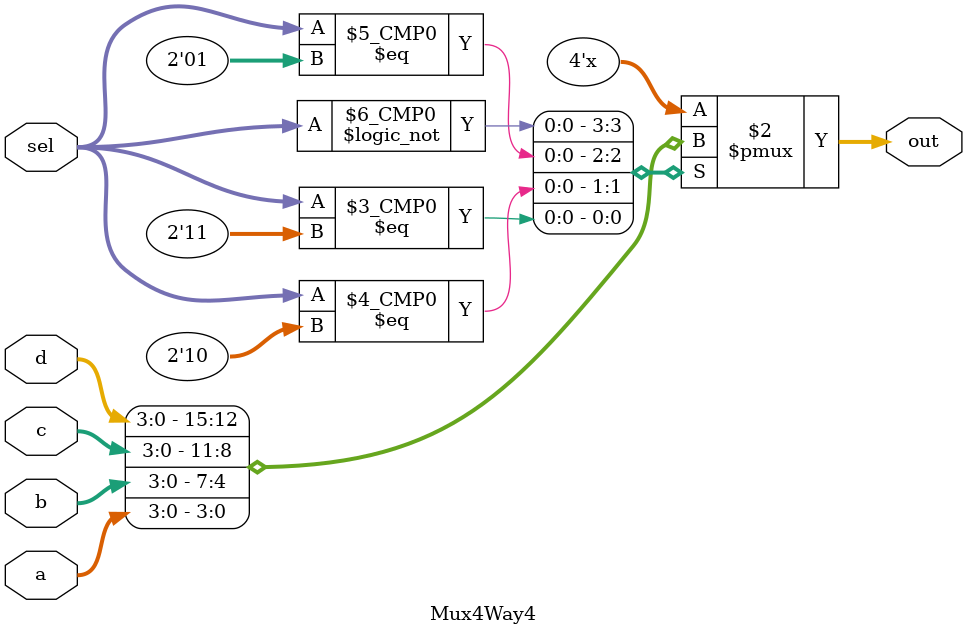
<source format=v>

module Mux4Way4(
input [3:0] a,
input [3:0] b,
input [3:0] c,
input [3:0] d,
input [1:0] sel,
output reg [3:0] out
);

	always @(*) begin
		
		case(sel)
			2'b00: out = d;
			2'b01: out = c;
			2'b10: out = b;
			2'b11: out = a;
		endcase

	end

endmodule 
</source>
